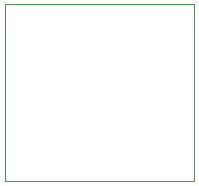
<source format=gbr>
%TF.GenerationSoftware,KiCad,Pcbnew,9.0.4*%
%TF.CreationDate,2025-11-12T18:25:33-05:00*%
%TF.ProjectId,hermes,6865726d-6573-42e6-9b69-6361645f7063,rev?*%
%TF.SameCoordinates,Original*%
%TF.FileFunction,Profile,NP*%
%FSLAX46Y46*%
G04 Gerber Fmt 4.6, Leading zero omitted, Abs format (unit mm)*
G04 Created by KiCad (PCBNEW 9.0.4) date 2025-11-12 18:25:33*
%MOMM*%
%LPD*%
G01*
G04 APERTURE LIST*
%TA.AperFunction,Profile*%
%ADD10C,0.050000*%
%TD*%
G04 APERTURE END LIST*
D10*
X162500000Y-120000000D02*
X162500000Y-105000000D01*
X178500000Y-120000000D02*
X162500000Y-120000000D01*
X178500000Y-105000000D02*
X178500000Y-120000000D01*
X162500000Y-105000000D02*
X178500000Y-105000000D01*
M02*

</source>
